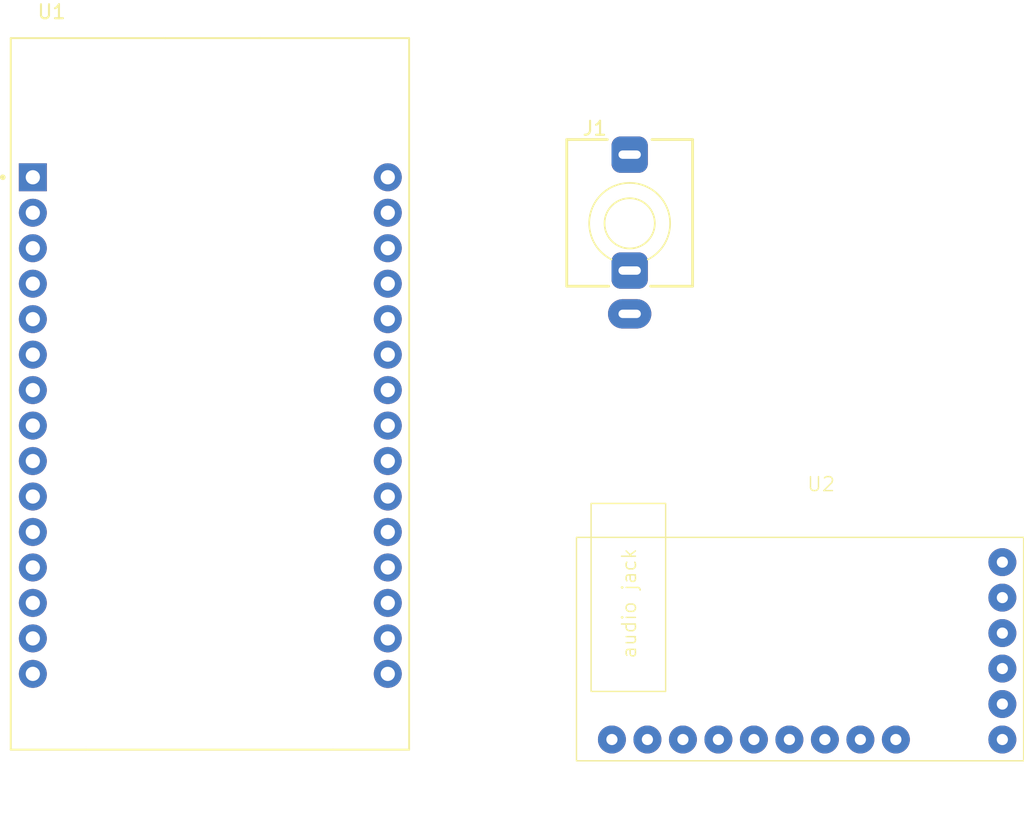
<source format=kicad_pcb>
(kicad_pcb (version 20241229) (generator "pcbnew") (generator_version "9.0")
  (layers (0 "F.Cu" signal) (2 "B.Cu" signal) (13 "F.Paste" user) (15 "B.Paste" user) (5 "F.SilkS" user "F.Silkscreen") (7 "B.SilkS" user "B.Silkscreen") (1 "F.Mask" user) (3 "B.Mask" user) (25 "Edge.Cuts" user))
  (net 0 "")
  (net 6 "Net-(U1-GND-Pad2)")
  (footprint "breakoutboards:PCM5102" (layer "F.Cu") (at 191.042 122.288)
    (property "Reference" "U2" (at 0.46 -12.3 0) (layer "F.SilkS") (effects (font (thickness 0.1))))
    (property "Value" "~")
    (fp_rect (start -17.048 -8.494) (end 14.952 7.506) (stroke (width 0.1)) (fill no) (layer "F.SilkS"))
    (fp_rect (start -16.002 -10.922) (end -10.668 2.54) (stroke (width 0.1)) (fill no) (layer "F.SilkS"))
    (fp_text user "audio jack" (at -12.7 0.254 90) (layer "F.SilkS") (effects (font (thickness 0.1)) (justify left bottom)))
    (pad "1" thru_hole circle (at -14.512 5.982 90) (size 2 2) (drill 0.8) (layers "*.Cu" "*.Mask"))
    (pad "1" thru_hole circle (at -11.972 5.982 90) (size 2 2) (drill 0.8) (layers "*.Cu" "*.Mask"))
    (pad "1" thru_hole circle (at -9.432 5.982 90) (size 2 2) (drill 0.8) (layers "*.Cu" "*.Mask"))
    (pad "1" thru_hole circle (at -6.892 5.982 90) (size 2 2) (drill 0.8) (layers "*.Cu" "*.Mask"))
    (pad "1" thru_hole circle (at -4.352 5.982 90) (size 2 2) (drill 0.8) (layers "*.Cu" "*.Mask"))
    (pad "1" thru_hole circle (at -1.812 5.982 90) (size 2 2) (drill 0.8) (layers "*.Cu" "*.Mask"))
    (pad "1" thru_hole circle (at 0.728 5.982 90) (size 2 2) (drill 0.8) (layers "*.Cu" "*.Mask"))
    (pad "1" thru_hole circle (at 3.268 5.982 90) (size 2 2) (drill 0.8) (layers "*.Cu" "*.Mask"))
    (pad "1" thru_hole circle (at 5.808 5.982 90) (size 2 2) (drill 0.8) (layers "*.Cu" "*.Mask"))
    (pad "1" thru_hole circle (at 13.428 -6.718 90) (size 2 2) (drill 0.8) (layers "*.Cu" "*.Mask"))
    (pad "1" thru_hole circle (at 13.428 -4.178 180) (size 2 2) (drill 0.8) (layers "*.Cu" "*.Mask"))
    (pad "1" thru_hole circle (at 13.428 -1.638 180) (size 2 2) (drill 0.8) (layers "*.Cu" "*.Mask"))
    (pad "1" thru_hole circle (at 13.428 0.902 180) (size 2 2) (drill 0.8) (layers "*.Cu" "*.Mask"))
    (pad "1" thru_hole circle (at 13.428 3.442 180) (size 2 2) (drill 0.8) (layers "*.Cu" "*.Mask"))
    (pad "1" thru_hole circle (at 13.428 5.982 90) (size 2 2) (drill 0.8) (layers "*.Cu" "*.Mask"))
  )
  (footprint "ESP32modules:MODULE_ESP32_DEVKIT_V1" (layer "F.Cu") (at 147.79 103.525)
    (property "Reference" "U1" (at -11.355 -27.36 0) (layer "F.SilkS"))
    (property "Value" "ESP32-DEVKIT-V1")
    (fp_line (start -14.28 -25.475) (end -3.211 -25.475) (stroke (width 0.127)) (layer "F.SilkS"))
    (fp_line (start -14.28 -25.475) (end 14.23 -25.475) (stroke (width 0.127)) (layer "F.SilkS"))
    (fp_line (start -14.28 25.475) (end -14.28 -25.475) (stroke (width 0.127)) (layer "F.SilkS"))
    (fp_line (start -14.28 25.475) (end -14.28 -25.475) (stroke (width 0.127)) (layer "F.SilkS"))
    (fp_line (start -14.28 25.475) (end -8.91 25.475) (stroke (width 0.127)) (layer "F.SilkS"))
    (fp_line (start -8.91 25.475) (end 8.78 25.475) (stroke (width 0.127)) (layer "F.SilkS"))
    (fp_line (start -3.211 -25.475) (end 3.5 -25.475) (stroke (width 0.127)) (layer "F.SilkS"))
    (fp_line (start 3.5 -25.475) (end 14.23 -25.475) (stroke (width 0.127)) (layer "F.SilkS"))
    (fp_line (start 8.78 25.475) (end 14.23 25.475) (stroke (width 0.127)) (layer "F.SilkS"))
    (fp_line (start 14.23 -25.475) (end 14.23 25.475) (stroke (width 0.127)) (layer "F.SilkS"))
    (fp_line (start 14.23 -25.475) (end 14.23 25.475) (stroke (width 0.127)) (layer "F.SilkS"))
    (fp_line (start 14.23 25.475) (end -14.28 25.475) (stroke (width 0.127)) (layer "F.SilkS"))
    (fp_circle (center -14.85 -15.515) (end -14.75 -15.515) (stroke (width 0.2)) (fill no) (layer "F.SilkS"))
    (pad "" np_thru_hole circle (at -12.28 -23.475) (size 3 3) (drill 3) (layers "*.Cu" "*.Mask"))
    (pad "" np_thru_hole circle (at -12.28 23.475) (size 3 3) (drill 3) (layers "*.Cu" "*.Mask"))
    (pad "" np_thru_hole circle (at 12.23 -23.475) (size 3 3) (drill 3) (layers "*.Cu" "*.Mask"))
    (pad "" np_thru_hole circle (at 12.23 23.475) (size 3 3) (drill 3) (layers "*.Cu" "*.Mask"))
    (pad "1" thru_hole rect (at -12.7 -15.515) (size 2 2) (drill 1.02) (layers "*.Cu" "*.Mask"))
    (pad "2" thru_hole circle (at -12.7 -12.975) (size 2 2) (drill 1.02) (layers "*.Cu" "*.Mask") (net 6 "Net-(U1-GND-Pad2)"))
    (pad "3" thru_hole circle (at -12.7 -10.435) (size 2 2) (drill 1.02) (layers "*.Cu" "*.Mask"))
    (pad "4" thru_hole circle (at -12.7 -7.895) (size 2 2) (drill 1.02) (layers "*.Cu" "*.Mask"))
    (pad "5" thru_hole circle (at -12.7 -5.355) (size 2 2) (drill 1.02) (layers "*.Cu" "*.Mask"))
    (pad "6" thru_hole circle (at -12.7 -2.815) (size 2 2) (drill 1.02) (layers "*.Cu" "*.Mask"))
    (pad "7" thru_hole circle (at -12.7 -0.275) (size 2 2) (drill 1.02) (layers "*.Cu" "*.Mask"))
    (pad "8" thru_hole circle (at -12.7 2.265) (size 2 2) (drill 1.02) (layers "*.Cu" "*.Mask"))
    (pad "9" thru_hole circle (at -12.7 4.805) (size 2 2) (drill 1.02) (layers "*.Cu" "*.Mask"))
    (pad "10" thru_hole circle (at -12.7 7.345) (size 2 2) (drill 1.02) (layers "*.Cu" "*.Mask"))
    (pad "11" thru_hole circle (at -12.7 9.885) (size 2 2) (drill 1.02) (layers "*.Cu" "*.Mask"))
    (pad "12" thru_hole circle (at -12.7 12.425) (size 2 2) (drill 1.02) (layers "*.Cu" "*.Mask"))
    (pad "13" thru_hole circle (at -12.7 14.965) (size 2 2) (drill 1.02) (layers "*.Cu" "*.Mask"))
    (pad "14" thru_hole circle (at -12.7 17.505) (size 2 2) (drill 1.02) (layers "*.Cu" "*.Mask"))
    (pad "15" thru_hole circle (at -12.7 20.045) (size 2 2) (drill 1.02) (layers "*.Cu" "*.Mask"))
    (pad "16" thru_hole circle (at 12.7 20.045) (size 2 2) (drill 1.02) (layers "*.Cu" "*.Mask"))
    (pad "17" thru_hole circle (at 12.7 17.505) (size 2 2) (drill 1.02) (layers "*.Cu" "*.Mask"))
    (pad "18" thru_hole circle (at 12.7 14.965) (size 2 2) (drill 1.02) (layers "*.Cu" "*.Mask"))
    (pad "19" thru_hole circle (at 12.7 12.425) (size 2 2) (drill 1.02) (layers "*.Cu" "*.Mask"))
    (pad "20" thru_hole circle (at 12.7 9.885) (size 2 2) (drill 1.02) (layers "*.Cu" "*.Mask"))
    (pad "21" thru_hole circle (at 12.7 7.345) (size 2 2) (drill 1.02) (layers "*.Cu" "*.Mask"))
    (pad "22" thru_hole circle (at 12.7 4.805) (size 2 2) (drill 1.02) (layers "*.Cu" "*.Mask"))
    (pad "23" thru_hole circle (at 12.7 2.265) (size 2 2) (drill 1.02) (layers "*.Cu" "*.Mask"))
    (pad "24" thru_hole circle (at 12.7 -0.275) (size 2 2) (drill 1.02) (layers "*.Cu" "*.Mask"))
    (pad "25" thru_hole circle (at 12.7 -2.815) (size 2 2) (drill 1.02) (layers "*.Cu" "*.Mask"))
    (pad "26" thru_hole circle (at 12.7 -5.355) (size 2 2) (drill 1.02) (layers "*.Cu" "*.Mask"))
    (pad "27" thru_hole circle (at 12.7 -7.895) (size 2 2) (drill 1.02) (layers "*.Cu" "*.Mask"))
    (pad "28" thru_hole circle (at 12.7 -10.435) (size 2 2) (drill 1.02) (layers "*.Cu" "*.Mask"))
    (pad "29" thru_hole circle (at 12.7 -12.975) (size 2 2) (drill 1.02) (layers "*.Cu" "*.Mask") (net 6 "Net-(U1-GND-Pad2)"))
    (pad "30" thru_hole circle (at 12.7 -15.515) (size 2 2) (drill 1.02) (layers "*.Cu" "*.Mask"))
  )
  (footprint "AudioJacks:Jack_3.5mm_QingPu_WQP-PJ301M-12_Vertical" (layer "F.Cu") (at 177.8 91.31)
    (property "Reference" "J1" (at -2.5 -6.8 0) (layer "F.SilkS"))
    (property "Value" "AudioJack2_SwitchT")
    (fp_line (start -4.5 -6) (end -1.6 -6) (stroke (width 0.2)) (layer "F.SilkS"))
    (fp_line (start -4.5 4.5) (end -4.5 -6) (stroke (width 0.2)) (layer "F.SilkS"))
    (fp_line (start -4.5 4.5) (end -1.5 4.5) (stroke (width 0.2)) (layer "F.SilkS"))
    (fp_line (start 1.5 4.5) (end 4.5 4.5) (stroke (width 0.2)) (layer "F.SilkS"))
    (fp_line (start 1.6 -6) (end 4.5 -6) (stroke (width 0.2)) (layer "F.SilkS"))
    (fp_line (start 4.5 4.5) (end 4.5 -6) (stroke (width 0.2)) (layer "F.SilkS"))
    (fp_arc (start -1.296263 2.588577) (mid -2.817353 -0.665994) (end 0 -2.895) (stroke (width 0.12)) (layer "F.SilkS"))
    (fp_arc (start 0 -2.895) (mid 2.817353 -0.665994) (end 1.296263 2.588577) (stroke (width 0.12)) (layer "F.SilkS"))
    (fp_circle (center 0 0) (end -1.8 0) (stroke (width 0.12)) (fill no) (layer "F.SilkS"))
    (pad "S" thru_hole oval (at 0 6.48) (size 3.1 2.1) (drill oval 1.6 0.6) (layers "*.Cu" "*.Mask"))
    (pad "T" thru_hole roundrect (at 0 -4.92) (size 2.6 2.6) (drill oval 1.6 0.6) (layers "*.Cu" "*.Mask"))
    (pad "TN" thru_hole roundrect (at 0 3.38) (size 2.6 2.6) (drill oval 1.6 0.6) (layers "*.Cu" "*.Mask"))
  )
)
</source>
